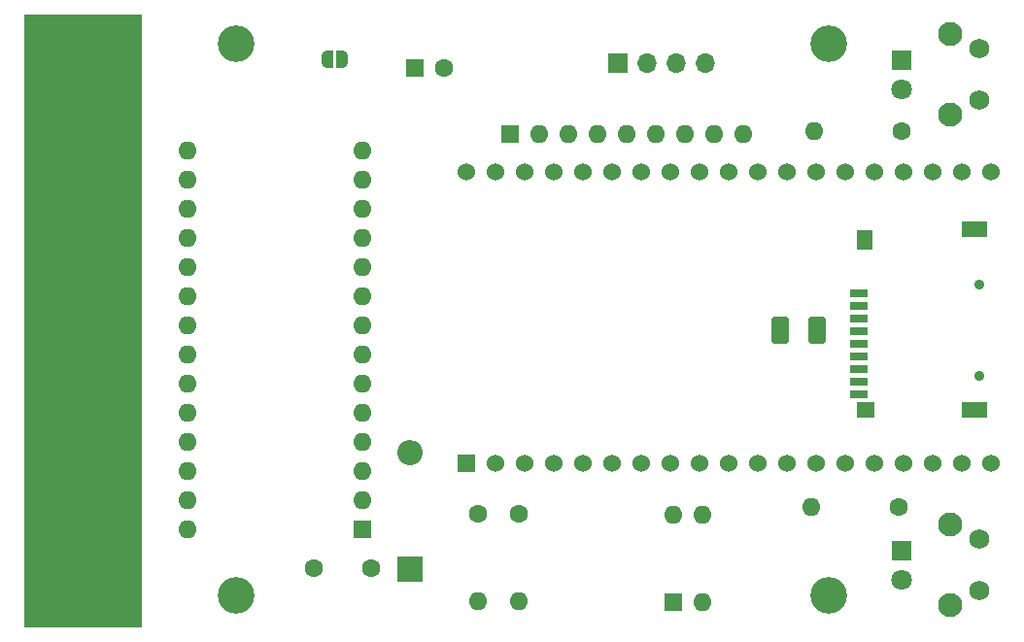
<source format=gbr>
%TF.GenerationSoftware,KiCad,Pcbnew,7.0.10*%
%TF.CreationDate,2024-02-05T23:38:35-06:00*%
%TF.ProjectId,CoCo-FujiNet-Rev000,436f436f-2d46-4756-9a69-4e65742d5265,Rev 000*%
%TF.SameCoordinates,Original*%
%TF.FileFunction,Soldermask,Top*%
%TF.FilePolarity,Negative*%
%FSLAX46Y46*%
G04 Gerber Fmt 4.6, Leading zero omitted, Abs format (unit mm)*
G04 Created by KiCad (PCBNEW 7.0.10) date 2024-02-05 23:38:35*
%MOMM*%
%LPD*%
G01*
G04 APERTURE LIST*
G04 Aperture macros list*
%AMRoundRect*
0 Rectangle with rounded corners*
0 $1 Rounding radius*
0 $2 $3 $4 $5 $6 $7 $8 $9 X,Y pos of 4 corners*
0 Add a 4 corners polygon primitive as box body*
4,1,4,$2,$3,$4,$5,$6,$7,$8,$9,$2,$3,0*
0 Add four circle primitives for the rounded corners*
1,1,$1+$1,$2,$3*
1,1,$1+$1,$4,$5*
1,1,$1+$1,$6,$7*
1,1,$1+$1,$8,$9*
0 Add four rect primitives between the rounded corners*
20,1,$1+$1,$2,$3,$4,$5,0*
20,1,$1+$1,$4,$5,$6,$7,0*
20,1,$1+$1,$6,$7,$8,$9,0*
20,1,$1+$1,$8,$9,$2,$3,0*%
%AMFreePoly0*
4,1,19,0.500000,-0.750000,0.000000,-0.750000,0.000000,-0.744911,-0.071157,-0.744911,-0.207708,-0.704816,-0.327430,-0.627875,-0.420627,-0.520320,-0.479746,-0.390866,-0.500000,-0.250000,-0.500000,0.250000,-0.479746,0.390866,-0.420627,0.520320,-0.327430,0.627875,-0.207708,0.704816,-0.071157,0.744911,0.000000,0.744911,0.000000,0.750000,0.500000,0.750000,0.500000,-0.750000,0.500000,-0.750000,
$1*%
%AMFreePoly1*
4,1,19,0.000000,0.744911,0.071157,0.744911,0.207708,0.704816,0.327430,0.627875,0.420627,0.520320,0.479746,0.390866,0.500000,0.250000,0.500000,-0.250000,0.479746,-0.390866,0.420627,-0.520320,0.327430,-0.627875,0.207708,-0.704816,0.071157,-0.744911,0.000000,-0.744911,0.000000,-0.750000,-0.500000,-0.750000,-0.500000,0.750000,0.000000,0.750000,0.000000,0.744911,0.000000,0.744911,
$1*%
G04 Aperture macros list end*
%ADD10C,0.010000*%
%ADD11RoundRect,0.102000X-4.762500X0.635000X-4.762500X-0.635000X4.762500X-0.635000X4.762500X0.635000X0*%
%ADD12RoundRect,0.102000X-4.171250X0.635000X-4.171250X-0.635000X4.171250X-0.635000X4.171250X0.635000X0*%
%ADD13FreePoly0,0.000000*%
%ADD14FreePoly1,0.000000*%
%ADD15R,1.600000X1.600000*%
%ADD16O,1.600000X1.600000*%
%ADD17C,1.600000*%
%ADD18R,2.200000X2.200000*%
%ADD19O,2.200000X2.200000*%
%ADD20C,1.800000*%
%ADD21R,1.800000X1.800000*%
%ADD22C,1.750000*%
%ADD23C,2.100000*%
%ADD24R,1.700000X1.700000*%
%ADD25O,1.700000X1.700000*%
%ADD26C,3.200000*%
%ADD27R,1.530000X1.530000*%
%ADD28C,1.530000*%
%ADD29RoundRect,0.250001X0.499999X0.924999X-0.499999X0.924999X-0.499999X-0.924999X0.499999X-0.924999X0*%
%ADD30C,0.900000*%
%ADD31R,1.600000X0.700000*%
%ADD32R,1.600000X1.400000*%
%ADD33R,2.200000X1.400000*%
%ADD34R,1.400000X1.800000*%
G04 APERTURE END LIST*
%TO.C,P1*%
D10*
X108184000Y-116619750D02*
X98024000Y-116619750D01*
X98024000Y-63279750D01*
X108184000Y-63279750D01*
X108184000Y-116619750D01*
G36*
X108184000Y-116619750D02*
G01*
X98024000Y-116619750D01*
X98024000Y-63279750D01*
X108184000Y-63279750D01*
X108184000Y-116619750D01*
G37*
%TD*%
D11*
%TO.C,P1*%
X103231000Y-114079750D03*
X103231000Y-111539750D03*
X103231000Y-108999750D03*
X103231000Y-106459750D03*
X103231000Y-103919750D03*
X103231000Y-101379750D03*
X103231000Y-98839750D03*
X103231000Y-96299750D03*
X103231000Y-93759750D03*
X103231000Y-91219750D03*
X103231000Y-88679750D03*
X103231000Y-86139750D03*
X103231000Y-83599750D03*
X103231000Y-81059750D03*
X103231000Y-78519750D03*
D12*
X103824000Y-75979750D03*
D11*
X103231000Y-73439750D03*
X103231000Y-70899750D03*
X103231000Y-68359750D03*
X103231000Y-65819750D03*
%TD*%
D13*
%TO.C,JP1*%
X124390000Y-67130000D03*
D14*
X125690000Y-67130000D03*
%TD*%
D15*
%TO.C,SW1*%
X154584400Y-114528600D03*
D16*
X157124400Y-114528600D03*
X157124400Y-106908600D03*
X154584400Y-106908600D03*
%TD*%
D17*
%TO.C,R2*%
X141097000Y-106807000D03*
D16*
X141097000Y-114427000D03*
%TD*%
D17*
%TO.C,R1*%
X137515600Y-106807000D03*
D16*
X137515600Y-114427000D03*
%TD*%
D18*
%TO.C,D1*%
X131648200Y-111607600D03*
D19*
X131648200Y-101447600D03*
%TD*%
D15*
%TO.C,U1*%
X127493000Y-108144500D03*
D16*
X127493000Y-105604500D03*
X127493000Y-103064500D03*
X127493000Y-100524500D03*
X127493000Y-97984500D03*
X127493000Y-95444500D03*
X127493000Y-92904500D03*
X127493000Y-90364500D03*
X127493000Y-87824500D03*
X127493000Y-85284500D03*
X127493000Y-82744500D03*
X127493000Y-80204500D03*
X127493000Y-77664500D03*
X127493000Y-75124500D03*
X112253000Y-75124500D03*
X112253000Y-77664500D03*
X112253000Y-80204500D03*
X112253000Y-82744500D03*
X112253000Y-85284500D03*
X112253000Y-87824500D03*
X112253000Y-90364500D03*
X112253000Y-92904500D03*
X112253000Y-95444500D03*
X112253000Y-97984500D03*
X112253000Y-100524500D03*
X112253000Y-103064500D03*
X112253000Y-105604500D03*
X112253000Y-108144500D03*
%TD*%
D20*
%TO.C,D2*%
X174478000Y-112527200D03*
D21*
X174478000Y-109987200D03*
%TD*%
D22*
%TO.C,SW2*%
X181229000Y-113487200D03*
X181229000Y-108987200D03*
D23*
X178739000Y-114747200D03*
X178739000Y-107737200D03*
%TD*%
D24*
%TO.C,J1*%
X149713000Y-67464500D03*
D25*
X152253000Y-67464500D03*
X154793000Y-67464500D03*
X157333000Y-67464500D03*
%TD*%
D26*
%TO.C,H1*%
X168148000Y-113919000D03*
%TD*%
D21*
%TO.C,D3*%
X174478000Y-67214500D03*
D20*
X174478000Y-69754500D03*
%TD*%
D27*
%TO.C,U2*%
X136525000Y-102362000D03*
D28*
X139065000Y-102362000D03*
X141605000Y-102362000D03*
X144145000Y-102362000D03*
X146685000Y-102362000D03*
X149225000Y-102362000D03*
X151765000Y-102362000D03*
X154305000Y-102362000D03*
X156845000Y-102362000D03*
X159385000Y-102362000D03*
X161925000Y-102362000D03*
X164465000Y-102362000D03*
X167005000Y-102362000D03*
X169545000Y-102362000D03*
X172085000Y-102362000D03*
X174625000Y-102362000D03*
X177165000Y-102362000D03*
X179705000Y-102362000D03*
X182245000Y-102362000D03*
X182245000Y-76962000D03*
X179705000Y-76962000D03*
X177165000Y-76962000D03*
X174625000Y-76962000D03*
X172085000Y-76962000D03*
X169545000Y-76962000D03*
X167005000Y-76962000D03*
X164465000Y-76962000D03*
X161925000Y-76962000D03*
X159385000Y-76962000D03*
X156845000Y-76962000D03*
X154305000Y-76962000D03*
X151765000Y-76962000D03*
X149225000Y-76962000D03*
X146685000Y-76962000D03*
X144145000Y-76962000D03*
X141605000Y-76962000D03*
X139065000Y-76962000D03*
X136525000Y-76962000D03*
%TD*%
D17*
%TO.C,R3*%
X174244000Y-106172000D03*
D16*
X166624000Y-106172000D03*
%TD*%
D15*
%TO.C,C2*%
X132080000Y-67945000D03*
D17*
X134580000Y-67945000D03*
%TD*%
D29*
%TO.C,C3*%
X167106000Y-90805000D03*
X163856000Y-90805000D03*
%TD*%
D17*
%TO.C,R4*%
X174498000Y-73406000D03*
D16*
X166878000Y-73406000D03*
%TD*%
D23*
%TO.C,SW3*%
X178739000Y-64964500D03*
X178739000Y-71974500D03*
D22*
X181229000Y-66214500D03*
X181229000Y-70714500D03*
%TD*%
D26*
%TO.C,H4*%
X116459000Y-113919000D03*
%TD*%
%TO.C,H3*%
X116459000Y-65786000D03*
%TD*%
D15*
%TO.C,RN1*%
X140335000Y-73660000D03*
D16*
X142875000Y-73660000D03*
X145415000Y-73660000D03*
X147955000Y-73660000D03*
X150495000Y-73660000D03*
X153035000Y-73660000D03*
X155575000Y-73660000D03*
X158115000Y-73660000D03*
X160655000Y-73660000D03*
%TD*%
D17*
%TO.C,C1*%
X123230000Y-111506000D03*
X128230000Y-111506000D03*
%TD*%
D26*
%TO.C,H2*%
X168148000Y-65786000D03*
%TD*%
D30*
%TO.C,P2*%
X181248000Y-94786500D03*
X181248000Y-86786500D03*
D31*
X170748000Y-87586500D03*
X170748000Y-88686500D03*
X170748000Y-89786500D03*
X170748000Y-90886500D03*
X170748000Y-91986500D03*
X170748000Y-93086500D03*
X170748000Y-94186500D03*
X170748000Y-95286500D03*
X170748000Y-96386500D03*
D32*
X171348000Y-97686500D03*
D33*
X180848000Y-97686500D03*
X180848000Y-81986500D03*
D34*
X171248000Y-82886500D03*
%TD*%
M02*

</source>
